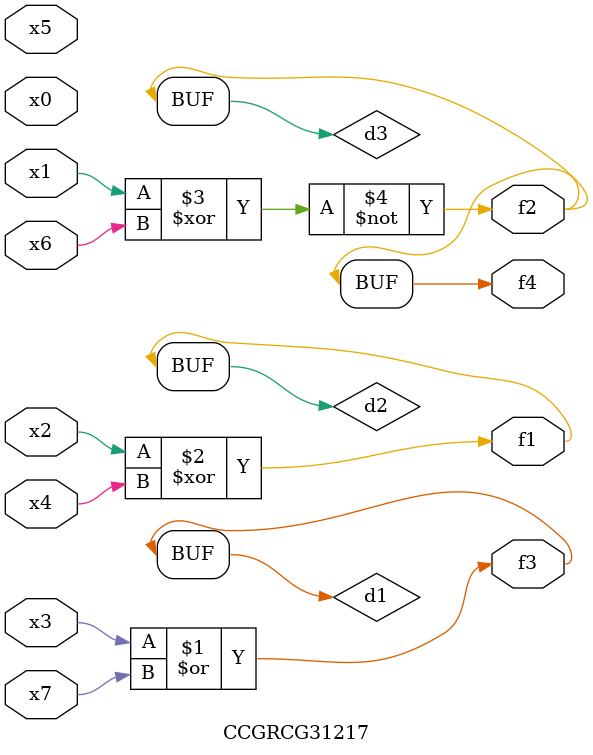
<source format=v>
module CCGRCG31217(
	input x0, x1, x2, x3, x4, x5, x6, x7,
	output f1, f2, f3, f4
);

	wire d1, d2, d3;

	or (d1, x3, x7);
	xor (d2, x2, x4);
	xnor (d3, x1, x6);
	assign f1 = d2;
	assign f2 = d3;
	assign f3 = d1;
	assign f4 = d3;
endmodule

</source>
